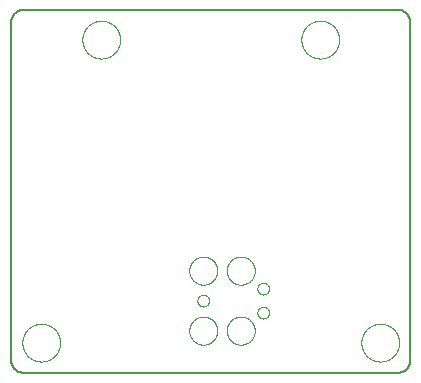
<source format=gbp>
G75*
%MOIN*%
%OFA0B0*%
%FSLAX25Y25*%
%IPPOS*%
%LPD*%
%AMOC8*
5,1,8,0,0,1.08239X$1,22.5*
%
%ADD10C,0.00800*%
%ADD11C,0.00000*%
D10*
X0003750Y0005623D02*
X0003750Y0118377D01*
X0003752Y0118504D01*
X0003758Y0118631D01*
X0003768Y0118757D01*
X0003781Y0118884D01*
X0003799Y0119009D01*
X0003820Y0119135D01*
X0003845Y0119259D01*
X0003875Y0119383D01*
X0003907Y0119505D01*
X0003944Y0119627D01*
X0003984Y0119747D01*
X0004028Y0119866D01*
X0004076Y0119984D01*
X0004127Y0120100D01*
X0004182Y0120215D01*
X0004241Y0120328D01*
X0004302Y0120439D01*
X0004368Y0120547D01*
X0004436Y0120654D01*
X0004508Y0120759D01*
X0004583Y0120862D01*
X0004661Y0120962D01*
X0004742Y0121059D01*
X0004826Y0121155D01*
X0004913Y0121247D01*
X0005003Y0121337D01*
X0005095Y0121424D01*
X0005191Y0121508D01*
X0005288Y0121589D01*
X0005388Y0121667D01*
X0005491Y0121742D01*
X0005596Y0121814D01*
X0005703Y0121882D01*
X0005812Y0121948D01*
X0005922Y0122009D01*
X0006035Y0122068D01*
X0006150Y0122123D01*
X0006266Y0122174D01*
X0006384Y0122222D01*
X0006503Y0122266D01*
X0006623Y0122306D01*
X0006745Y0122343D01*
X0006867Y0122375D01*
X0006991Y0122405D01*
X0007115Y0122430D01*
X0007241Y0122451D01*
X0007366Y0122469D01*
X0007493Y0122482D01*
X0007619Y0122492D01*
X0007746Y0122498D01*
X0007873Y0122500D01*
X0132627Y0122500D01*
X0132754Y0122498D01*
X0132881Y0122492D01*
X0133007Y0122482D01*
X0133134Y0122469D01*
X0133259Y0122451D01*
X0133385Y0122430D01*
X0133509Y0122405D01*
X0133633Y0122375D01*
X0133755Y0122343D01*
X0133877Y0122306D01*
X0133997Y0122266D01*
X0134116Y0122222D01*
X0134234Y0122174D01*
X0134350Y0122123D01*
X0134465Y0122068D01*
X0134578Y0122009D01*
X0134689Y0121948D01*
X0134797Y0121882D01*
X0134904Y0121814D01*
X0135009Y0121742D01*
X0135112Y0121667D01*
X0135212Y0121589D01*
X0135309Y0121508D01*
X0135405Y0121424D01*
X0135497Y0121337D01*
X0135587Y0121247D01*
X0135674Y0121155D01*
X0135758Y0121059D01*
X0135839Y0120962D01*
X0135917Y0120862D01*
X0135992Y0120759D01*
X0136064Y0120654D01*
X0136132Y0120547D01*
X0136198Y0120439D01*
X0136259Y0120328D01*
X0136318Y0120215D01*
X0136373Y0120100D01*
X0136424Y0119984D01*
X0136472Y0119866D01*
X0136516Y0119747D01*
X0136556Y0119627D01*
X0136593Y0119505D01*
X0136625Y0119383D01*
X0136655Y0119259D01*
X0136680Y0119135D01*
X0136701Y0119009D01*
X0136719Y0118884D01*
X0136732Y0118757D01*
X0136742Y0118631D01*
X0136748Y0118504D01*
X0136750Y0118377D01*
X0136750Y0005623D01*
X0136748Y0005496D01*
X0136742Y0005369D01*
X0136732Y0005243D01*
X0136719Y0005116D01*
X0136701Y0004991D01*
X0136680Y0004865D01*
X0136655Y0004741D01*
X0136625Y0004617D01*
X0136593Y0004495D01*
X0136556Y0004373D01*
X0136516Y0004253D01*
X0136472Y0004134D01*
X0136424Y0004016D01*
X0136373Y0003900D01*
X0136318Y0003785D01*
X0136259Y0003672D01*
X0136198Y0003561D01*
X0136132Y0003453D01*
X0136064Y0003346D01*
X0135992Y0003241D01*
X0135917Y0003138D01*
X0135839Y0003038D01*
X0135758Y0002941D01*
X0135674Y0002845D01*
X0135587Y0002753D01*
X0135497Y0002663D01*
X0135405Y0002576D01*
X0135309Y0002492D01*
X0135212Y0002411D01*
X0135112Y0002333D01*
X0135009Y0002258D01*
X0134904Y0002186D01*
X0134797Y0002118D01*
X0134689Y0002052D01*
X0134578Y0001991D01*
X0134465Y0001932D01*
X0134350Y0001877D01*
X0134234Y0001826D01*
X0134116Y0001778D01*
X0133997Y0001734D01*
X0133877Y0001694D01*
X0133755Y0001657D01*
X0133633Y0001625D01*
X0133509Y0001595D01*
X0133385Y0001570D01*
X0133259Y0001549D01*
X0133134Y0001531D01*
X0133007Y0001518D01*
X0132881Y0001508D01*
X0132754Y0001502D01*
X0132627Y0001500D01*
X0007873Y0001500D01*
X0007746Y0001502D01*
X0007619Y0001508D01*
X0007493Y0001518D01*
X0007366Y0001531D01*
X0007241Y0001549D01*
X0007115Y0001570D01*
X0006991Y0001595D01*
X0006867Y0001625D01*
X0006745Y0001657D01*
X0006623Y0001694D01*
X0006503Y0001734D01*
X0006384Y0001778D01*
X0006266Y0001826D01*
X0006150Y0001877D01*
X0006035Y0001932D01*
X0005922Y0001991D01*
X0005811Y0002052D01*
X0005703Y0002118D01*
X0005596Y0002186D01*
X0005491Y0002258D01*
X0005388Y0002333D01*
X0005288Y0002411D01*
X0005191Y0002492D01*
X0005095Y0002576D01*
X0005003Y0002663D01*
X0004913Y0002753D01*
X0004826Y0002845D01*
X0004742Y0002941D01*
X0004661Y0003038D01*
X0004583Y0003138D01*
X0004508Y0003241D01*
X0004436Y0003346D01*
X0004368Y0003453D01*
X0004302Y0003562D01*
X0004241Y0003672D01*
X0004182Y0003785D01*
X0004127Y0003900D01*
X0004076Y0004016D01*
X0004028Y0004134D01*
X0003984Y0004253D01*
X0003944Y0004373D01*
X0003907Y0004495D01*
X0003875Y0004617D01*
X0003845Y0004741D01*
X0003820Y0004865D01*
X0003799Y0004991D01*
X0003781Y0005116D01*
X0003768Y0005243D01*
X0003758Y0005369D01*
X0003752Y0005496D01*
X0003750Y0005623D01*
D11*
X0007451Y0011500D02*
X0007453Y0011658D01*
X0007459Y0011816D01*
X0007469Y0011974D01*
X0007483Y0012132D01*
X0007501Y0012289D01*
X0007522Y0012446D01*
X0007548Y0012602D01*
X0007578Y0012758D01*
X0007611Y0012913D01*
X0007649Y0013066D01*
X0007690Y0013219D01*
X0007735Y0013371D01*
X0007784Y0013522D01*
X0007837Y0013671D01*
X0007893Y0013819D01*
X0007953Y0013965D01*
X0008017Y0014110D01*
X0008085Y0014253D01*
X0008156Y0014395D01*
X0008230Y0014535D01*
X0008308Y0014672D01*
X0008390Y0014808D01*
X0008474Y0014942D01*
X0008563Y0015073D01*
X0008654Y0015202D01*
X0008749Y0015329D01*
X0008846Y0015454D01*
X0008947Y0015576D01*
X0009051Y0015695D01*
X0009158Y0015812D01*
X0009268Y0015926D01*
X0009381Y0016037D01*
X0009496Y0016146D01*
X0009614Y0016251D01*
X0009735Y0016353D01*
X0009858Y0016453D01*
X0009984Y0016549D01*
X0010112Y0016642D01*
X0010242Y0016732D01*
X0010375Y0016818D01*
X0010510Y0016902D01*
X0010646Y0016981D01*
X0010785Y0017058D01*
X0010926Y0017130D01*
X0011068Y0017200D01*
X0011212Y0017265D01*
X0011358Y0017327D01*
X0011505Y0017385D01*
X0011654Y0017440D01*
X0011804Y0017491D01*
X0011955Y0017538D01*
X0012107Y0017581D01*
X0012260Y0017620D01*
X0012415Y0017656D01*
X0012570Y0017687D01*
X0012726Y0017715D01*
X0012882Y0017739D01*
X0013039Y0017759D01*
X0013197Y0017775D01*
X0013354Y0017787D01*
X0013513Y0017795D01*
X0013671Y0017799D01*
X0013829Y0017799D01*
X0013987Y0017795D01*
X0014146Y0017787D01*
X0014303Y0017775D01*
X0014461Y0017759D01*
X0014618Y0017739D01*
X0014774Y0017715D01*
X0014930Y0017687D01*
X0015085Y0017656D01*
X0015240Y0017620D01*
X0015393Y0017581D01*
X0015545Y0017538D01*
X0015696Y0017491D01*
X0015846Y0017440D01*
X0015995Y0017385D01*
X0016142Y0017327D01*
X0016288Y0017265D01*
X0016432Y0017200D01*
X0016574Y0017130D01*
X0016715Y0017058D01*
X0016854Y0016981D01*
X0016990Y0016902D01*
X0017125Y0016818D01*
X0017258Y0016732D01*
X0017388Y0016642D01*
X0017516Y0016549D01*
X0017642Y0016453D01*
X0017765Y0016353D01*
X0017886Y0016251D01*
X0018004Y0016146D01*
X0018119Y0016037D01*
X0018232Y0015926D01*
X0018342Y0015812D01*
X0018449Y0015695D01*
X0018553Y0015576D01*
X0018654Y0015454D01*
X0018751Y0015329D01*
X0018846Y0015202D01*
X0018937Y0015073D01*
X0019026Y0014942D01*
X0019110Y0014808D01*
X0019192Y0014672D01*
X0019270Y0014535D01*
X0019344Y0014395D01*
X0019415Y0014253D01*
X0019483Y0014110D01*
X0019547Y0013965D01*
X0019607Y0013819D01*
X0019663Y0013671D01*
X0019716Y0013522D01*
X0019765Y0013371D01*
X0019810Y0013219D01*
X0019851Y0013066D01*
X0019889Y0012913D01*
X0019922Y0012758D01*
X0019952Y0012602D01*
X0019978Y0012446D01*
X0019999Y0012289D01*
X0020017Y0012132D01*
X0020031Y0011974D01*
X0020041Y0011816D01*
X0020047Y0011658D01*
X0020049Y0011500D01*
X0020047Y0011342D01*
X0020041Y0011184D01*
X0020031Y0011026D01*
X0020017Y0010868D01*
X0019999Y0010711D01*
X0019978Y0010554D01*
X0019952Y0010398D01*
X0019922Y0010242D01*
X0019889Y0010087D01*
X0019851Y0009934D01*
X0019810Y0009781D01*
X0019765Y0009629D01*
X0019716Y0009478D01*
X0019663Y0009329D01*
X0019607Y0009181D01*
X0019547Y0009035D01*
X0019483Y0008890D01*
X0019415Y0008747D01*
X0019344Y0008605D01*
X0019270Y0008465D01*
X0019192Y0008328D01*
X0019110Y0008192D01*
X0019026Y0008058D01*
X0018937Y0007927D01*
X0018846Y0007798D01*
X0018751Y0007671D01*
X0018654Y0007546D01*
X0018553Y0007424D01*
X0018449Y0007305D01*
X0018342Y0007188D01*
X0018232Y0007074D01*
X0018119Y0006963D01*
X0018004Y0006854D01*
X0017886Y0006749D01*
X0017765Y0006647D01*
X0017642Y0006547D01*
X0017516Y0006451D01*
X0017388Y0006358D01*
X0017258Y0006268D01*
X0017125Y0006182D01*
X0016990Y0006098D01*
X0016854Y0006019D01*
X0016715Y0005942D01*
X0016574Y0005870D01*
X0016432Y0005800D01*
X0016288Y0005735D01*
X0016142Y0005673D01*
X0015995Y0005615D01*
X0015846Y0005560D01*
X0015696Y0005509D01*
X0015545Y0005462D01*
X0015393Y0005419D01*
X0015240Y0005380D01*
X0015085Y0005344D01*
X0014930Y0005313D01*
X0014774Y0005285D01*
X0014618Y0005261D01*
X0014461Y0005241D01*
X0014303Y0005225D01*
X0014146Y0005213D01*
X0013987Y0005205D01*
X0013829Y0005201D01*
X0013671Y0005201D01*
X0013513Y0005205D01*
X0013354Y0005213D01*
X0013197Y0005225D01*
X0013039Y0005241D01*
X0012882Y0005261D01*
X0012726Y0005285D01*
X0012570Y0005313D01*
X0012415Y0005344D01*
X0012260Y0005380D01*
X0012107Y0005419D01*
X0011955Y0005462D01*
X0011804Y0005509D01*
X0011654Y0005560D01*
X0011505Y0005615D01*
X0011358Y0005673D01*
X0011212Y0005735D01*
X0011068Y0005800D01*
X0010926Y0005870D01*
X0010785Y0005942D01*
X0010646Y0006019D01*
X0010510Y0006098D01*
X0010375Y0006182D01*
X0010242Y0006268D01*
X0010112Y0006358D01*
X0009984Y0006451D01*
X0009858Y0006547D01*
X0009735Y0006647D01*
X0009614Y0006749D01*
X0009496Y0006854D01*
X0009381Y0006963D01*
X0009268Y0007074D01*
X0009158Y0007188D01*
X0009051Y0007305D01*
X0008947Y0007424D01*
X0008846Y0007546D01*
X0008749Y0007671D01*
X0008654Y0007798D01*
X0008563Y0007927D01*
X0008474Y0008058D01*
X0008390Y0008192D01*
X0008308Y0008328D01*
X0008230Y0008465D01*
X0008156Y0008605D01*
X0008085Y0008747D01*
X0008017Y0008890D01*
X0007953Y0009035D01*
X0007893Y0009181D01*
X0007837Y0009329D01*
X0007784Y0009478D01*
X0007735Y0009629D01*
X0007690Y0009781D01*
X0007649Y0009934D01*
X0007611Y0010087D01*
X0007578Y0010242D01*
X0007548Y0010398D01*
X0007522Y0010554D01*
X0007501Y0010711D01*
X0007483Y0010868D01*
X0007469Y0011026D01*
X0007459Y0011184D01*
X0007453Y0011342D01*
X0007451Y0011500D01*
X0063075Y0015500D02*
X0063077Y0015637D01*
X0063083Y0015773D01*
X0063093Y0015909D01*
X0063107Y0016045D01*
X0063125Y0016181D01*
X0063147Y0016316D01*
X0063172Y0016450D01*
X0063202Y0016583D01*
X0063236Y0016715D01*
X0063273Y0016847D01*
X0063314Y0016977D01*
X0063360Y0017106D01*
X0063408Y0017234D01*
X0063461Y0017360D01*
X0063517Y0017484D01*
X0063577Y0017607D01*
X0063640Y0017728D01*
X0063707Y0017847D01*
X0063777Y0017964D01*
X0063851Y0018080D01*
X0063928Y0018192D01*
X0064008Y0018303D01*
X0064092Y0018411D01*
X0064179Y0018517D01*
X0064268Y0018620D01*
X0064361Y0018720D01*
X0064456Y0018818D01*
X0064555Y0018913D01*
X0064656Y0019005D01*
X0064760Y0019093D01*
X0064866Y0019179D01*
X0064975Y0019262D01*
X0065086Y0019341D01*
X0065199Y0019418D01*
X0065315Y0019491D01*
X0065432Y0019560D01*
X0065552Y0019626D01*
X0065673Y0019688D01*
X0065797Y0019747D01*
X0065922Y0019803D01*
X0066048Y0019854D01*
X0066176Y0019902D01*
X0066305Y0019946D01*
X0066436Y0019987D01*
X0066568Y0020023D01*
X0066700Y0020056D01*
X0066834Y0020084D01*
X0066968Y0020109D01*
X0067103Y0020130D01*
X0067239Y0020147D01*
X0067375Y0020160D01*
X0067511Y0020169D01*
X0067648Y0020174D01*
X0067784Y0020175D01*
X0067921Y0020172D01*
X0068057Y0020165D01*
X0068193Y0020154D01*
X0068329Y0020139D01*
X0068464Y0020120D01*
X0068599Y0020097D01*
X0068733Y0020070D01*
X0068866Y0020040D01*
X0068998Y0020005D01*
X0069130Y0019967D01*
X0069259Y0019925D01*
X0069388Y0019879D01*
X0069515Y0019829D01*
X0069641Y0019775D01*
X0069765Y0019718D01*
X0069888Y0019658D01*
X0070008Y0019593D01*
X0070127Y0019526D01*
X0070243Y0019455D01*
X0070358Y0019380D01*
X0070470Y0019302D01*
X0070580Y0019221D01*
X0070688Y0019137D01*
X0070793Y0019049D01*
X0070895Y0018959D01*
X0070995Y0018866D01*
X0071092Y0018769D01*
X0071186Y0018670D01*
X0071277Y0018569D01*
X0071365Y0018464D01*
X0071450Y0018357D01*
X0071532Y0018248D01*
X0071611Y0018136D01*
X0071686Y0018022D01*
X0071758Y0017906D01*
X0071827Y0017788D01*
X0071892Y0017668D01*
X0071954Y0017546D01*
X0072012Y0017422D01*
X0072066Y0017297D01*
X0072117Y0017170D01*
X0072163Y0017042D01*
X0072207Y0016912D01*
X0072246Y0016781D01*
X0072282Y0016649D01*
X0072313Y0016516D01*
X0072341Y0016383D01*
X0072365Y0016248D01*
X0072385Y0016113D01*
X0072401Y0015977D01*
X0072413Y0015841D01*
X0072421Y0015705D01*
X0072425Y0015568D01*
X0072425Y0015432D01*
X0072421Y0015295D01*
X0072413Y0015159D01*
X0072401Y0015023D01*
X0072385Y0014887D01*
X0072365Y0014752D01*
X0072341Y0014617D01*
X0072313Y0014484D01*
X0072282Y0014351D01*
X0072246Y0014219D01*
X0072207Y0014088D01*
X0072163Y0013958D01*
X0072117Y0013830D01*
X0072066Y0013703D01*
X0072012Y0013578D01*
X0071954Y0013454D01*
X0071892Y0013332D01*
X0071827Y0013212D01*
X0071758Y0013094D01*
X0071686Y0012978D01*
X0071611Y0012864D01*
X0071532Y0012752D01*
X0071450Y0012643D01*
X0071365Y0012536D01*
X0071277Y0012431D01*
X0071186Y0012330D01*
X0071092Y0012231D01*
X0070995Y0012134D01*
X0070895Y0012041D01*
X0070793Y0011951D01*
X0070688Y0011863D01*
X0070580Y0011779D01*
X0070470Y0011698D01*
X0070358Y0011620D01*
X0070243Y0011545D01*
X0070127Y0011474D01*
X0070008Y0011407D01*
X0069888Y0011342D01*
X0069765Y0011282D01*
X0069641Y0011225D01*
X0069515Y0011171D01*
X0069388Y0011121D01*
X0069259Y0011075D01*
X0069130Y0011033D01*
X0068998Y0010995D01*
X0068866Y0010960D01*
X0068733Y0010930D01*
X0068599Y0010903D01*
X0068464Y0010880D01*
X0068329Y0010861D01*
X0068193Y0010846D01*
X0068057Y0010835D01*
X0067921Y0010828D01*
X0067784Y0010825D01*
X0067648Y0010826D01*
X0067511Y0010831D01*
X0067375Y0010840D01*
X0067239Y0010853D01*
X0067103Y0010870D01*
X0066968Y0010891D01*
X0066834Y0010916D01*
X0066700Y0010944D01*
X0066568Y0010977D01*
X0066436Y0011013D01*
X0066305Y0011054D01*
X0066176Y0011098D01*
X0066048Y0011146D01*
X0065922Y0011197D01*
X0065797Y0011253D01*
X0065673Y0011312D01*
X0065552Y0011374D01*
X0065432Y0011440D01*
X0065315Y0011509D01*
X0065199Y0011582D01*
X0065086Y0011659D01*
X0064975Y0011738D01*
X0064866Y0011821D01*
X0064760Y0011907D01*
X0064656Y0011995D01*
X0064555Y0012087D01*
X0064456Y0012182D01*
X0064361Y0012280D01*
X0064268Y0012380D01*
X0064179Y0012483D01*
X0064092Y0012589D01*
X0064008Y0012697D01*
X0063928Y0012808D01*
X0063851Y0012920D01*
X0063777Y0013036D01*
X0063707Y0013153D01*
X0063640Y0013272D01*
X0063577Y0013393D01*
X0063517Y0013516D01*
X0063461Y0013640D01*
X0063408Y0013766D01*
X0063360Y0013894D01*
X0063314Y0014023D01*
X0063273Y0014153D01*
X0063236Y0014285D01*
X0063202Y0014417D01*
X0063172Y0014550D01*
X0063147Y0014684D01*
X0063125Y0014819D01*
X0063107Y0014955D01*
X0063093Y0015091D01*
X0063083Y0015227D01*
X0063077Y0015363D01*
X0063075Y0015500D01*
X0065800Y0025500D02*
X0065802Y0025588D01*
X0065808Y0025676D01*
X0065818Y0025764D01*
X0065832Y0025851D01*
X0065850Y0025937D01*
X0065871Y0026022D01*
X0065897Y0026107D01*
X0065926Y0026190D01*
X0065959Y0026272D01*
X0065996Y0026352D01*
X0066036Y0026430D01*
X0066080Y0026507D01*
X0066127Y0026581D01*
X0066178Y0026653D01*
X0066231Y0026723D01*
X0066288Y0026791D01*
X0066348Y0026855D01*
X0066411Y0026917D01*
X0066476Y0026976D01*
X0066544Y0027032D01*
X0066615Y0027085D01*
X0066687Y0027135D01*
X0066762Y0027181D01*
X0066839Y0027224D01*
X0066918Y0027264D01*
X0066999Y0027299D01*
X0067081Y0027332D01*
X0067164Y0027360D01*
X0067249Y0027385D01*
X0067335Y0027405D01*
X0067421Y0027422D01*
X0067508Y0027435D01*
X0067596Y0027444D01*
X0067684Y0027449D01*
X0067772Y0027450D01*
X0067860Y0027447D01*
X0067948Y0027440D01*
X0068035Y0027429D01*
X0068122Y0027414D01*
X0068208Y0027395D01*
X0068294Y0027373D01*
X0068378Y0027346D01*
X0068460Y0027316D01*
X0068542Y0027282D01*
X0068622Y0027244D01*
X0068699Y0027203D01*
X0068775Y0027159D01*
X0068849Y0027111D01*
X0068921Y0027059D01*
X0068990Y0027005D01*
X0069057Y0026947D01*
X0069121Y0026887D01*
X0069182Y0026823D01*
X0069241Y0026757D01*
X0069296Y0026689D01*
X0069348Y0026617D01*
X0069397Y0026544D01*
X0069442Y0026469D01*
X0069484Y0026391D01*
X0069523Y0026312D01*
X0069558Y0026231D01*
X0069589Y0026148D01*
X0069616Y0026065D01*
X0069640Y0025980D01*
X0069660Y0025894D01*
X0069676Y0025807D01*
X0069688Y0025720D01*
X0069696Y0025632D01*
X0069700Y0025544D01*
X0069700Y0025456D01*
X0069696Y0025368D01*
X0069688Y0025280D01*
X0069676Y0025193D01*
X0069660Y0025106D01*
X0069640Y0025020D01*
X0069616Y0024935D01*
X0069589Y0024852D01*
X0069558Y0024769D01*
X0069523Y0024688D01*
X0069484Y0024609D01*
X0069442Y0024531D01*
X0069397Y0024456D01*
X0069348Y0024383D01*
X0069296Y0024311D01*
X0069241Y0024243D01*
X0069182Y0024177D01*
X0069121Y0024113D01*
X0069057Y0024053D01*
X0068990Y0023995D01*
X0068921Y0023941D01*
X0068849Y0023889D01*
X0068775Y0023841D01*
X0068699Y0023797D01*
X0068622Y0023756D01*
X0068542Y0023718D01*
X0068460Y0023684D01*
X0068378Y0023654D01*
X0068294Y0023627D01*
X0068208Y0023605D01*
X0068122Y0023586D01*
X0068035Y0023571D01*
X0067948Y0023560D01*
X0067860Y0023553D01*
X0067772Y0023550D01*
X0067684Y0023551D01*
X0067596Y0023556D01*
X0067508Y0023565D01*
X0067421Y0023578D01*
X0067335Y0023595D01*
X0067249Y0023615D01*
X0067164Y0023640D01*
X0067081Y0023668D01*
X0066999Y0023701D01*
X0066918Y0023736D01*
X0066839Y0023776D01*
X0066762Y0023819D01*
X0066687Y0023865D01*
X0066615Y0023915D01*
X0066544Y0023968D01*
X0066476Y0024024D01*
X0066411Y0024083D01*
X0066348Y0024145D01*
X0066288Y0024209D01*
X0066231Y0024277D01*
X0066178Y0024347D01*
X0066127Y0024419D01*
X0066080Y0024493D01*
X0066036Y0024570D01*
X0065996Y0024648D01*
X0065959Y0024728D01*
X0065926Y0024810D01*
X0065897Y0024893D01*
X0065871Y0024978D01*
X0065850Y0025063D01*
X0065832Y0025149D01*
X0065818Y0025236D01*
X0065808Y0025324D01*
X0065802Y0025412D01*
X0065800Y0025500D01*
X0063075Y0035500D02*
X0063077Y0035637D01*
X0063083Y0035773D01*
X0063093Y0035909D01*
X0063107Y0036045D01*
X0063125Y0036181D01*
X0063147Y0036316D01*
X0063172Y0036450D01*
X0063202Y0036583D01*
X0063236Y0036715D01*
X0063273Y0036847D01*
X0063314Y0036977D01*
X0063360Y0037106D01*
X0063408Y0037234D01*
X0063461Y0037360D01*
X0063517Y0037484D01*
X0063577Y0037607D01*
X0063640Y0037728D01*
X0063707Y0037847D01*
X0063777Y0037964D01*
X0063851Y0038080D01*
X0063928Y0038192D01*
X0064008Y0038303D01*
X0064092Y0038411D01*
X0064179Y0038517D01*
X0064268Y0038620D01*
X0064361Y0038720D01*
X0064456Y0038818D01*
X0064555Y0038913D01*
X0064656Y0039005D01*
X0064760Y0039093D01*
X0064866Y0039179D01*
X0064975Y0039262D01*
X0065086Y0039341D01*
X0065199Y0039418D01*
X0065315Y0039491D01*
X0065432Y0039560D01*
X0065552Y0039626D01*
X0065673Y0039688D01*
X0065797Y0039747D01*
X0065922Y0039803D01*
X0066048Y0039854D01*
X0066176Y0039902D01*
X0066305Y0039946D01*
X0066436Y0039987D01*
X0066568Y0040023D01*
X0066700Y0040056D01*
X0066834Y0040084D01*
X0066968Y0040109D01*
X0067103Y0040130D01*
X0067239Y0040147D01*
X0067375Y0040160D01*
X0067511Y0040169D01*
X0067648Y0040174D01*
X0067784Y0040175D01*
X0067921Y0040172D01*
X0068057Y0040165D01*
X0068193Y0040154D01*
X0068329Y0040139D01*
X0068464Y0040120D01*
X0068599Y0040097D01*
X0068733Y0040070D01*
X0068866Y0040040D01*
X0068998Y0040005D01*
X0069130Y0039967D01*
X0069259Y0039925D01*
X0069388Y0039879D01*
X0069515Y0039829D01*
X0069641Y0039775D01*
X0069765Y0039718D01*
X0069888Y0039658D01*
X0070008Y0039593D01*
X0070127Y0039526D01*
X0070243Y0039455D01*
X0070358Y0039380D01*
X0070470Y0039302D01*
X0070580Y0039221D01*
X0070688Y0039137D01*
X0070793Y0039049D01*
X0070895Y0038959D01*
X0070995Y0038866D01*
X0071092Y0038769D01*
X0071186Y0038670D01*
X0071277Y0038569D01*
X0071365Y0038464D01*
X0071450Y0038357D01*
X0071532Y0038248D01*
X0071611Y0038136D01*
X0071686Y0038022D01*
X0071758Y0037906D01*
X0071827Y0037788D01*
X0071892Y0037668D01*
X0071954Y0037546D01*
X0072012Y0037422D01*
X0072066Y0037297D01*
X0072117Y0037170D01*
X0072163Y0037042D01*
X0072207Y0036912D01*
X0072246Y0036781D01*
X0072282Y0036649D01*
X0072313Y0036516D01*
X0072341Y0036383D01*
X0072365Y0036248D01*
X0072385Y0036113D01*
X0072401Y0035977D01*
X0072413Y0035841D01*
X0072421Y0035705D01*
X0072425Y0035568D01*
X0072425Y0035432D01*
X0072421Y0035295D01*
X0072413Y0035159D01*
X0072401Y0035023D01*
X0072385Y0034887D01*
X0072365Y0034752D01*
X0072341Y0034617D01*
X0072313Y0034484D01*
X0072282Y0034351D01*
X0072246Y0034219D01*
X0072207Y0034088D01*
X0072163Y0033958D01*
X0072117Y0033830D01*
X0072066Y0033703D01*
X0072012Y0033578D01*
X0071954Y0033454D01*
X0071892Y0033332D01*
X0071827Y0033212D01*
X0071758Y0033094D01*
X0071686Y0032978D01*
X0071611Y0032864D01*
X0071532Y0032752D01*
X0071450Y0032643D01*
X0071365Y0032536D01*
X0071277Y0032431D01*
X0071186Y0032330D01*
X0071092Y0032231D01*
X0070995Y0032134D01*
X0070895Y0032041D01*
X0070793Y0031951D01*
X0070688Y0031863D01*
X0070580Y0031779D01*
X0070470Y0031698D01*
X0070358Y0031620D01*
X0070243Y0031545D01*
X0070127Y0031474D01*
X0070008Y0031407D01*
X0069888Y0031342D01*
X0069765Y0031282D01*
X0069641Y0031225D01*
X0069515Y0031171D01*
X0069388Y0031121D01*
X0069259Y0031075D01*
X0069130Y0031033D01*
X0068998Y0030995D01*
X0068866Y0030960D01*
X0068733Y0030930D01*
X0068599Y0030903D01*
X0068464Y0030880D01*
X0068329Y0030861D01*
X0068193Y0030846D01*
X0068057Y0030835D01*
X0067921Y0030828D01*
X0067784Y0030825D01*
X0067648Y0030826D01*
X0067511Y0030831D01*
X0067375Y0030840D01*
X0067239Y0030853D01*
X0067103Y0030870D01*
X0066968Y0030891D01*
X0066834Y0030916D01*
X0066700Y0030944D01*
X0066568Y0030977D01*
X0066436Y0031013D01*
X0066305Y0031054D01*
X0066176Y0031098D01*
X0066048Y0031146D01*
X0065922Y0031197D01*
X0065797Y0031253D01*
X0065673Y0031312D01*
X0065552Y0031374D01*
X0065432Y0031440D01*
X0065315Y0031509D01*
X0065199Y0031582D01*
X0065086Y0031659D01*
X0064975Y0031738D01*
X0064866Y0031821D01*
X0064760Y0031907D01*
X0064656Y0031995D01*
X0064555Y0032087D01*
X0064456Y0032182D01*
X0064361Y0032280D01*
X0064268Y0032380D01*
X0064179Y0032483D01*
X0064092Y0032589D01*
X0064008Y0032697D01*
X0063928Y0032808D01*
X0063851Y0032920D01*
X0063777Y0033036D01*
X0063707Y0033153D01*
X0063640Y0033272D01*
X0063577Y0033393D01*
X0063517Y0033516D01*
X0063461Y0033640D01*
X0063408Y0033766D01*
X0063360Y0033894D01*
X0063314Y0034023D01*
X0063273Y0034153D01*
X0063236Y0034285D01*
X0063202Y0034417D01*
X0063172Y0034550D01*
X0063147Y0034684D01*
X0063125Y0034819D01*
X0063107Y0034955D01*
X0063093Y0035091D01*
X0063083Y0035227D01*
X0063077Y0035363D01*
X0063075Y0035500D01*
X0075575Y0035500D02*
X0075577Y0035637D01*
X0075583Y0035773D01*
X0075593Y0035909D01*
X0075607Y0036045D01*
X0075625Y0036181D01*
X0075647Y0036316D01*
X0075672Y0036450D01*
X0075702Y0036583D01*
X0075736Y0036715D01*
X0075773Y0036847D01*
X0075814Y0036977D01*
X0075860Y0037106D01*
X0075908Y0037234D01*
X0075961Y0037360D01*
X0076017Y0037484D01*
X0076077Y0037607D01*
X0076140Y0037728D01*
X0076207Y0037847D01*
X0076277Y0037964D01*
X0076351Y0038080D01*
X0076428Y0038192D01*
X0076508Y0038303D01*
X0076592Y0038411D01*
X0076679Y0038517D01*
X0076768Y0038620D01*
X0076861Y0038720D01*
X0076956Y0038818D01*
X0077055Y0038913D01*
X0077156Y0039005D01*
X0077260Y0039093D01*
X0077366Y0039179D01*
X0077475Y0039262D01*
X0077586Y0039341D01*
X0077699Y0039418D01*
X0077815Y0039491D01*
X0077932Y0039560D01*
X0078052Y0039626D01*
X0078173Y0039688D01*
X0078297Y0039747D01*
X0078422Y0039803D01*
X0078548Y0039854D01*
X0078676Y0039902D01*
X0078805Y0039946D01*
X0078936Y0039987D01*
X0079068Y0040023D01*
X0079200Y0040056D01*
X0079334Y0040084D01*
X0079468Y0040109D01*
X0079603Y0040130D01*
X0079739Y0040147D01*
X0079875Y0040160D01*
X0080011Y0040169D01*
X0080148Y0040174D01*
X0080284Y0040175D01*
X0080421Y0040172D01*
X0080557Y0040165D01*
X0080693Y0040154D01*
X0080829Y0040139D01*
X0080964Y0040120D01*
X0081099Y0040097D01*
X0081233Y0040070D01*
X0081366Y0040040D01*
X0081498Y0040005D01*
X0081630Y0039967D01*
X0081759Y0039925D01*
X0081888Y0039879D01*
X0082015Y0039829D01*
X0082141Y0039775D01*
X0082265Y0039718D01*
X0082388Y0039658D01*
X0082508Y0039593D01*
X0082627Y0039526D01*
X0082743Y0039455D01*
X0082858Y0039380D01*
X0082970Y0039302D01*
X0083080Y0039221D01*
X0083188Y0039137D01*
X0083293Y0039049D01*
X0083395Y0038959D01*
X0083495Y0038866D01*
X0083592Y0038769D01*
X0083686Y0038670D01*
X0083777Y0038569D01*
X0083865Y0038464D01*
X0083950Y0038357D01*
X0084032Y0038248D01*
X0084111Y0038136D01*
X0084186Y0038022D01*
X0084258Y0037906D01*
X0084327Y0037788D01*
X0084392Y0037668D01*
X0084454Y0037546D01*
X0084512Y0037422D01*
X0084566Y0037297D01*
X0084617Y0037170D01*
X0084663Y0037042D01*
X0084707Y0036912D01*
X0084746Y0036781D01*
X0084782Y0036649D01*
X0084813Y0036516D01*
X0084841Y0036383D01*
X0084865Y0036248D01*
X0084885Y0036113D01*
X0084901Y0035977D01*
X0084913Y0035841D01*
X0084921Y0035705D01*
X0084925Y0035568D01*
X0084925Y0035432D01*
X0084921Y0035295D01*
X0084913Y0035159D01*
X0084901Y0035023D01*
X0084885Y0034887D01*
X0084865Y0034752D01*
X0084841Y0034617D01*
X0084813Y0034484D01*
X0084782Y0034351D01*
X0084746Y0034219D01*
X0084707Y0034088D01*
X0084663Y0033958D01*
X0084617Y0033830D01*
X0084566Y0033703D01*
X0084512Y0033578D01*
X0084454Y0033454D01*
X0084392Y0033332D01*
X0084327Y0033212D01*
X0084258Y0033094D01*
X0084186Y0032978D01*
X0084111Y0032864D01*
X0084032Y0032752D01*
X0083950Y0032643D01*
X0083865Y0032536D01*
X0083777Y0032431D01*
X0083686Y0032330D01*
X0083592Y0032231D01*
X0083495Y0032134D01*
X0083395Y0032041D01*
X0083293Y0031951D01*
X0083188Y0031863D01*
X0083080Y0031779D01*
X0082970Y0031698D01*
X0082858Y0031620D01*
X0082743Y0031545D01*
X0082627Y0031474D01*
X0082508Y0031407D01*
X0082388Y0031342D01*
X0082265Y0031282D01*
X0082141Y0031225D01*
X0082015Y0031171D01*
X0081888Y0031121D01*
X0081759Y0031075D01*
X0081630Y0031033D01*
X0081498Y0030995D01*
X0081366Y0030960D01*
X0081233Y0030930D01*
X0081099Y0030903D01*
X0080964Y0030880D01*
X0080829Y0030861D01*
X0080693Y0030846D01*
X0080557Y0030835D01*
X0080421Y0030828D01*
X0080284Y0030825D01*
X0080148Y0030826D01*
X0080011Y0030831D01*
X0079875Y0030840D01*
X0079739Y0030853D01*
X0079603Y0030870D01*
X0079468Y0030891D01*
X0079334Y0030916D01*
X0079200Y0030944D01*
X0079068Y0030977D01*
X0078936Y0031013D01*
X0078805Y0031054D01*
X0078676Y0031098D01*
X0078548Y0031146D01*
X0078422Y0031197D01*
X0078297Y0031253D01*
X0078173Y0031312D01*
X0078052Y0031374D01*
X0077932Y0031440D01*
X0077815Y0031509D01*
X0077699Y0031582D01*
X0077586Y0031659D01*
X0077475Y0031738D01*
X0077366Y0031821D01*
X0077260Y0031907D01*
X0077156Y0031995D01*
X0077055Y0032087D01*
X0076956Y0032182D01*
X0076861Y0032280D01*
X0076768Y0032380D01*
X0076679Y0032483D01*
X0076592Y0032589D01*
X0076508Y0032697D01*
X0076428Y0032808D01*
X0076351Y0032920D01*
X0076277Y0033036D01*
X0076207Y0033153D01*
X0076140Y0033272D01*
X0076077Y0033393D01*
X0076017Y0033516D01*
X0075961Y0033640D01*
X0075908Y0033766D01*
X0075860Y0033894D01*
X0075814Y0034023D01*
X0075773Y0034153D01*
X0075736Y0034285D01*
X0075702Y0034417D01*
X0075672Y0034550D01*
X0075647Y0034684D01*
X0075625Y0034819D01*
X0075607Y0034955D01*
X0075593Y0035091D01*
X0075583Y0035227D01*
X0075577Y0035363D01*
X0075575Y0035500D01*
X0085800Y0029500D02*
X0085802Y0029588D01*
X0085808Y0029676D01*
X0085818Y0029764D01*
X0085832Y0029851D01*
X0085850Y0029937D01*
X0085871Y0030022D01*
X0085897Y0030107D01*
X0085926Y0030190D01*
X0085959Y0030272D01*
X0085996Y0030352D01*
X0086036Y0030430D01*
X0086080Y0030507D01*
X0086127Y0030581D01*
X0086178Y0030653D01*
X0086231Y0030723D01*
X0086288Y0030791D01*
X0086348Y0030855D01*
X0086411Y0030917D01*
X0086476Y0030976D01*
X0086544Y0031032D01*
X0086615Y0031085D01*
X0086687Y0031135D01*
X0086762Y0031181D01*
X0086839Y0031224D01*
X0086918Y0031264D01*
X0086999Y0031299D01*
X0087081Y0031332D01*
X0087164Y0031360D01*
X0087249Y0031385D01*
X0087335Y0031405D01*
X0087421Y0031422D01*
X0087508Y0031435D01*
X0087596Y0031444D01*
X0087684Y0031449D01*
X0087772Y0031450D01*
X0087860Y0031447D01*
X0087948Y0031440D01*
X0088035Y0031429D01*
X0088122Y0031414D01*
X0088208Y0031395D01*
X0088294Y0031373D01*
X0088378Y0031346D01*
X0088460Y0031316D01*
X0088542Y0031282D01*
X0088622Y0031244D01*
X0088699Y0031203D01*
X0088775Y0031159D01*
X0088849Y0031111D01*
X0088921Y0031059D01*
X0088990Y0031005D01*
X0089057Y0030947D01*
X0089121Y0030887D01*
X0089182Y0030823D01*
X0089241Y0030757D01*
X0089296Y0030689D01*
X0089348Y0030617D01*
X0089397Y0030544D01*
X0089442Y0030469D01*
X0089484Y0030391D01*
X0089523Y0030312D01*
X0089558Y0030231D01*
X0089589Y0030148D01*
X0089616Y0030065D01*
X0089640Y0029980D01*
X0089660Y0029894D01*
X0089676Y0029807D01*
X0089688Y0029720D01*
X0089696Y0029632D01*
X0089700Y0029544D01*
X0089700Y0029456D01*
X0089696Y0029368D01*
X0089688Y0029280D01*
X0089676Y0029193D01*
X0089660Y0029106D01*
X0089640Y0029020D01*
X0089616Y0028935D01*
X0089589Y0028852D01*
X0089558Y0028769D01*
X0089523Y0028688D01*
X0089484Y0028609D01*
X0089442Y0028531D01*
X0089397Y0028456D01*
X0089348Y0028383D01*
X0089296Y0028311D01*
X0089241Y0028243D01*
X0089182Y0028177D01*
X0089121Y0028113D01*
X0089057Y0028053D01*
X0088990Y0027995D01*
X0088921Y0027941D01*
X0088849Y0027889D01*
X0088775Y0027841D01*
X0088699Y0027797D01*
X0088622Y0027756D01*
X0088542Y0027718D01*
X0088460Y0027684D01*
X0088378Y0027654D01*
X0088294Y0027627D01*
X0088208Y0027605D01*
X0088122Y0027586D01*
X0088035Y0027571D01*
X0087948Y0027560D01*
X0087860Y0027553D01*
X0087772Y0027550D01*
X0087684Y0027551D01*
X0087596Y0027556D01*
X0087508Y0027565D01*
X0087421Y0027578D01*
X0087335Y0027595D01*
X0087249Y0027615D01*
X0087164Y0027640D01*
X0087081Y0027668D01*
X0086999Y0027701D01*
X0086918Y0027736D01*
X0086839Y0027776D01*
X0086762Y0027819D01*
X0086687Y0027865D01*
X0086615Y0027915D01*
X0086544Y0027968D01*
X0086476Y0028024D01*
X0086411Y0028083D01*
X0086348Y0028145D01*
X0086288Y0028209D01*
X0086231Y0028277D01*
X0086178Y0028347D01*
X0086127Y0028419D01*
X0086080Y0028493D01*
X0086036Y0028570D01*
X0085996Y0028648D01*
X0085959Y0028728D01*
X0085926Y0028810D01*
X0085897Y0028893D01*
X0085871Y0028978D01*
X0085850Y0029063D01*
X0085832Y0029149D01*
X0085818Y0029236D01*
X0085808Y0029324D01*
X0085802Y0029412D01*
X0085800Y0029500D01*
X0085800Y0021500D02*
X0085802Y0021588D01*
X0085808Y0021676D01*
X0085818Y0021764D01*
X0085832Y0021851D01*
X0085850Y0021937D01*
X0085871Y0022022D01*
X0085897Y0022107D01*
X0085926Y0022190D01*
X0085959Y0022272D01*
X0085996Y0022352D01*
X0086036Y0022430D01*
X0086080Y0022507D01*
X0086127Y0022581D01*
X0086178Y0022653D01*
X0086231Y0022723D01*
X0086288Y0022791D01*
X0086348Y0022855D01*
X0086411Y0022917D01*
X0086476Y0022976D01*
X0086544Y0023032D01*
X0086615Y0023085D01*
X0086687Y0023135D01*
X0086762Y0023181D01*
X0086839Y0023224D01*
X0086918Y0023264D01*
X0086999Y0023299D01*
X0087081Y0023332D01*
X0087164Y0023360D01*
X0087249Y0023385D01*
X0087335Y0023405D01*
X0087421Y0023422D01*
X0087508Y0023435D01*
X0087596Y0023444D01*
X0087684Y0023449D01*
X0087772Y0023450D01*
X0087860Y0023447D01*
X0087948Y0023440D01*
X0088035Y0023429D01*
X0088122Y0023414D01*
X0088208Y0023395D01*
X0088294Y0023373D01*
X0088378Y0023346D01*
X0088460Y0023316D01*
X0088542Y0023282D01*
X0088622Y0023244D01*
X0088699Y0023203D01*
X0088775Y0023159D01*
X0088849Y0023111D01*
X0088921Y0023059D01*
X0088990Y0023005D01*
X0089057Y0022947D01*
X0089121Y0022887D01*
X0089182Y0022823D01*
X0089241Y0022757D01*
X0089296Y0022689D01*
X0089348Y0022617D01*
X0089397Y0022544D01*
X0089442Y0022469D01*
X0089484Y0022391D01*
X0089523Y0022312D01*
X0089558Y0022231D01*
X0089589Y0022148D01*
X0089616Y0022065D01*
X0089640Y0021980D01*
X0089660Y0021894D01*
X0089676Y0021807D01*
X0089688Y0021720D01*
X0089696Y0021632D01*
X0089700Y0021544D01*
X0089700Y0021456D01*
X0089696Y0021368D01*
X0089688Y0021280D01*
X0089676Y0021193D01*
X0089660Y0021106D01*
X0089640Y0021020D01*
X0089616Y0020935D01*
X0089589Y0020852D01*
X0089558Y0020769D01*
X0089523Y0020688D01*
X0089484Y0020609D01*
X0089442Y0020531D01*
X0089397Y0020456D01*
X0089348Y0020383D01*
X0089296Y0020311D01*
X0089241Y0020243D01*
X0089182Y0020177D01*
X0089121Y0020113D01*
X0089057Y0020053D01*
X0088990Y0019995D01*
X0088921Y0019941D01*
X0088849Y0019889D01*
X0088775Y0019841D01*
X0088699Y0019797D01*
X0088622Y0019756D01*
X0088542Y0019718D01*
X0088460Y0019684D01*
X0088378Y0019654D01*
X0088294Y0019627D01*
X0088208Y0019605D01*
X0088122Y0019586D01*
X0088035Y0019571D01*
X0087948Y0019560D01*
X0087860Y0019553D01*
X0087772Y0019550D01*
X0087684Y0019551D01*
X0087596Y0019556D01*
X0087508Y0019565D01*
X0087421Y0019578D01*
X0087335Y0019595D01*
X0087249Y0019615D01*
X0087164Y0019640D01*
X0087081Y0019668D01*
X0086999Y0019701D01*
X0086918Y0019736D01*
X0086839Y0019776D01*
X0086762Y0019819D01*
X0086687Y0019865D01*
X0086615Y0019915D01*
X0086544Y0019968D01*
X0086476Y0020024D01*
X0086411Y0020083D01*
X0086348Y0020145D01*
X0086288Y0020209D01*
X0086231Y0020277D01*
X0086178Y0020347D01*
X0086127Y0020419D01*
X0086080Y0020493D01*
X0086036Y0020570D01*
X0085996Y0020648D01*
X0085959Y0020728D01*
X0085926Y0020810D01*
X0085897Y0020893D01*
X0085871Y0020978D01*
X0085850Y0021063D01*
X0085832Y0021149D01*
X0085818Y0021236D01*
X0085808Y0021324D01*
X0085802Y0021412D01*
X0085800Y0021500D01*
X0075575Y0015500D02*
X0075577Y0015637D01*
X0075583Y0015773D01*
X0075593Y0015909D01*
X0075607Y0016045D01*
X0075625Y0016181D01*
X0075647Y0016316D01*
X0075672Y0016450D01*
X0075702Y0016583D01*
X0075736Y0016715D01*
X0075773Y0016847D01*
X0075814Y0016977D01*
X0075860Y0017106D01*
X0075908Y0017234D01*
X0075961Y0017360D01*
X0076017Y0017484D01*
X0076077Y0017607D01*
X0076140Y0017728D01*
X0076207Y0017847D01*
X0076277Y0017964D01*
X0076351Y0018080D01*
X0076428Y0018192D01*
X0076508Y0018303D01*
X0076592Y0018411D01*
X0076679Y0018517D01*
X0076768Y0018620D01*
X0076861Y0018720D01*
X0076956Y0018818D01*
X0077055Y0018913D01*
X0077156Y0019005D01*
X0077260Y0019093D01*
X0077366Y0019179D01*
X0077475Y0019262D01*
X0077586Y0019341D01*
X0077699Y0019418D01*
X0077815Y0019491D01*
X0077932Y0019560D01*
X0078052Y0019626D01*
X0078173Y0019688D01*
X0078297Y0019747D01*
X0078422Y0019803D01*
X0078548Y0019854D01*
X0078676Y0019902D01*
X0078805Y0019946D01*
X0078936Y0019987D01*
X0079068Y0020023D01*
X0079200Y0020056D01*
X0079334Y0020084D01*
X0079468Y0020109D01*
X0079603Y0020130D01*
X0079739Y0020147D01*
X0079875Y0020160D01*
X0080011Y0020169D01*
X0080148Y0020174D01*
X0080284Y0020175D01*
X0080421Y0020172D01*
X0080557Y0020165D01*
X0080693Y0020154D01*
X0080829Y0020139D01*
X0080964Y0020120D01*
X0081099Y0020097D01*
X0081233Y0020070D01*
X0081366Y0020040D01*
X0081498Y0020005D01*
X0081630Y0019967D01*
X0081759Y0019925D01*
X0081888Y0019879D01*
X0082015Y0019829D01*
X0082141Y0019775D01*
X0082265Y0019718D01*
X0082388Y0019658D01*
X0082508Y0019593D01*
X0082627Y0019526D01*
X0082743Y0019455D01*
X0082858Y0019380D01*
X0082970Y0019302D01*
X0083080Y0019221D01*
X0083188Y0019137D01*
X0083293Y0019049D01*
X0083395Y0018959D01*
X0083495Y0018866D01*
X0083592Y0018769D01*
X0083686Y0018670D01*
X0083777Y0018569D01*
X0083865Y0018464D01*
X0083950Y0018357D01*
X0084032Y0018248D01*
X0084111Y0018136D01*
X0084186Y0018022D01*
X0084258Y0017906D01*
X0084327Y0017788D01*
X0084392Y0017668D01*
X0084454Y0017546D01*
X0084512Y0017422D01*
X0084566Y0017297D01*
X0084617Y0017170D01*
X0084663Y0017042D01*
X0084707Y0016912D01*
X0084746Y0016781D01*
X0084782Y0016649D01*
X0084813Y0016516D01*
X0084841Y0016383D01*
X0084865Y0016248D01*
X0084885Y0016113D01*
X0084901Y0015977D01*
X0084913Y0015841D01*
X0084921Y0015705D01*
X0084925Y0015568D01*
X0084925Y0015432D01*
X0084921Y0015295D01*
X0084913Y0015159D01*
X0084901Y0015023D01*
X0084885Y0014887D01*
X0084865Y0014752D01*
X0084841Y0014617D01*
X0084813Y0014484D01*
X0084782Y0014351D01*
X0084746Y0014219D01*
X0084707Y0014088D01*
X0084663Y0013958D01*
X0084617Y0013830D01*
X0084566Y0013703D01*
X0084512Y0013578D01*
X0084454Y0013454D01*
X0084392Y0013332D01*
X0084327Y0013212D01*
X0084258Y0013094D01*
X0084186Y0012978D01*
X0084111Y0012864D01*
X0084032Y0012752D01*
X0083950Y0012643D01*
X0083865Y0012536D01*
X0083777Y0012431D01*
X0083686Y0012330D01*
X0083592Y0012231D01*
X0083495Y0012134D01*
X0083395Y0012041D01*
X0083293Y0011951D01*
X0083188Y0011863D01*
X0083080Y0011779D01*
X0082970Y0011698D01*
X0082858Y0011620D01*
X0082743Y0011545D01*
X0082627Y0011474D01*
X0082508Y0011407D01*
X0082388Y0011342D01*
X0082265Y0011282D01*
X0082141Y0011225D01*
X0082015Y0011171D01*
X0081888Y0011121D01*
X0081759Y0011075D01*
X0081630Y0011033D01*
X0081498Y0010995D01*
X0081366Y0010960D01*
X0081233Y0010930D01*
X0081099Y0010903D01*
X0080964Y0010880D01*
X0080829Y0010861D01*
X0080693Y0010846D01*
X0080557Y0010835D01*
X0080421Y0010828D01*
X0080284Y0010825D01*
X0080148Y0010826D01*
X0080011Y0010831D01*
X0079875Y0010840D01*
X0079739Y0010853D01*
X0079603Y0010870D01*
X0079468Y0010891D01*
X0079334Y0010916D01*
X0079200Y0010944D01*
X0079068Y0010977D01*
X0078936Y0011013D01*
X0078805Y0011054D01*
X0078676Y0011098D01*
X0078548Y0011146D01*
X0078422Y0011197D01*
X0078297Y0011253D01*
X0078173Y0011312D01*
X0078052Y0011374D01*
X0077932Y0011440D01*
X0077815Y0011509D01*
X0077699Y0011582D01*
X0077586Y0011659D01*
X0077475Y0011738D01*
X0077366Y0011821D01*
X0077260Y0011907D01*
X0077156Y0011995D01*
X0077055Y0012087D01*
X0076956Y0012182D01*
X0076861Y0012280D01*
X0076768Y0012380D01*
X0076679Y0012483D01*
X0076592Y0012589D01*
X0076508Y0012697D01*
X0076428Y0012808D01*
X0076351Y0012920D01*
X0076277Y0013036D01*
X0076207Y0013153D01*
X0076140Y0013272D01*
X0076077Y0013393D01*
X0076017Y0013516D01*
X0075961Y0013640D01*
X0075908Y0013766D01*
X0075860Y0013894D01*
X0075814Y0014023D01*
X0075773Y0014153D01*
X0075736Y0014285D01*
X0075702Y0014417D01*
X0075672Y0014550D01*
X0075647Y0014684D01*
X0075625Y0014819D01*
X0075607Y0014955D01*
X0075593Y0015091D01*
X0075583Y0015227D01*
X0075577Y0015363D01*
X0075575Y0015500D01*
X0120451Y0011500D02*
X0120453Y0011658D01*
X0120459Y0011816D01*
X0120469Y0011974D01*
X0120483Y0012132D01*
X0120501Y0012289D01*
X0120522Y0012446D01*
X0120548Y0012602D01*
X0120578Y0012758D01*
X0120611Y0012913D01*
X0120649Y0013066D01*
X0120690Y0013219D01*
X0120735Y0013371D01*
X0120784Y0013522D01*
X0120837Y0013671D01*
X0120893Y0013819D01*
X0120953Y0013965D01*
X0121017Y0014110D01*
X0121085Y0014253D01*
X0121156Y0014395D01*
X0121230Y0014535D01*
X0121308Y0014672D01*
X0121390Y0014808D01*
X0121474Y0014942D01*
X0121563Y0015073D01*
X0121654Y0015202D01*
X0121749Y0015329D01*
X0121846Y0015454D01*
X0121947Y0015576D01*
X0122051Y0015695D01*
X0122158Y0015812D01*
X0122268Y0015926D01*
X0122381Y0016037D01*
X0122496Y0016146D01*
X0122614Y0016251D01*
X0122735Y0016353D01*
X0122858Y0016453D01*
X0122984Y0016549D01*
X0123112Y0016642D01*
X0123242Y0016732D01*
X0123375Y0016818D01*
X0123510Y0016902D01*
X0123646Y0016981D01*
X0123785Y0017058D01*
X0123926Y0017130D01*
X0124068Y0017200D01*
X0124212Y0017265D01*
X0124358Y0017327D01*
X0124505Y0017385D01*
X0124654Y0017440D01*
X0124804Y0017491D01*
X0124955Y0017538D01*
X0125107Y0017581D01*
X0125260Y0017620D01*
X0125415Y0017656D01*
X0125570Y0017687D01*
X0125726Y0017715D01*
X0125882Y0017739D01*
X0126039Y0017759D01*
X0126197Y0017775D01*
X0126354Y0017787D01*
X0126513Y0017795D01*
X0126671Y0017799D01*
X0126829Y0017799D01*
X0126987Y0017795D01*
X0127146Y0017787D01*
X0127303Y0017775D01*
X0127461Y0017759D01*
X0127618Y0017739D01*
X0127774Y0017715D01*
X0127930Y0017687D01*
X0128085Y0017656D01*
X0128240Y0017620D01*
X0128393Y0017581D01*
X0128545Y0017538D01*
X0128696Y0017491D01*
X0128846Y0017440D01*
X0128995Y0017385D01*
X0129142Y0017327D01*
X0129288Y0017265D01*
X0129432Y0017200D01*
X0129574Y0017130D01*
X0129715Y0017058D01*
X0129854Y0016981D01*
X0129990Y0016902D01*
X0130125Y0016818D01*
X0130258Y0016732D01*
X0130388Y0016642D01*
X0130516Y0016549D01*
X0130642Y0016453D01*
X0130765Y0016353D01*
X0130886Y0016251D01*
X0131004Y0016146D01*
X0131119Y0016037D01*
X0131232Y0015926D01*
X0131342Y0015812D01*
X0131449Y0015695D01*
X0131553Y0015576D01*
X0131654Y0015454D01*
X0131751Y0015329D01*
X0131846Y0015202D01*
X0131937Y0015073D01*
X0132026Y0014942D01*
X0132110Y0014808D01*
X0132192Y0014672D01*
X0132270Y0014535D01*
X0132344Y0014395D01*
X0132415Y0014253D01*
X0132483Y0014110D01*
X0132547Y0013965D01*
X0132607Y0013819D01*
X0132663Y0013671D01*
X0132716Y0013522D01*
X0132765Y0013371D01*
X0132810Y0013219D01*
X0132851Y0013066D01*
X0132889Y0012913D01*
X0132922Y0012758D01*
X0132952Y0012602D01*
X0132978Y0012446D01*
X0132999Y0012289D01*
X0133017Y0012132D01*
X0133031Y0011974D01*
X0133041Y0011816D01*
X0133047Y0011658D01*
X0133049Y0011500D01*
X0133047Y0011342D01*
X0133041Y0011184D01*
X0133031Y0011026D01*
X0133017Y0010868D01*
X0132999Y0010711D01*
X0132978Y0010554D01*
X0132952Y0010398D01*
X0132922Y0010242D01*
X0132889Y0010087D01*
X0132851Y0009934D01*
X0132810Y0009781D01*
X0132765Y0009629D01*
X0132716Y0009478D01*
X0132663Y0009329D01*
X0132607Y0009181D01*
X0132547Y0009035D01*
X0132483Y0008890D01*
X0132415Y0008747D01*
X0132344Y0008605D01*
X0132270Y0008465D01*
X0132192Y0008328D01*
X0132110Y0008192D01*
X0132026Y0008058D01*
X0131937Y0007927D01*
X0131846Y0007798D01*
X0131751Y0007671D01*
X0131654Y0007546D01*
X0131553Y0007424D01*
X0131449Y0007305D01*
X0131342Y0007188D01*
X0131232Y0007074D01*
X0131119Y0006963D01*
X0131004Y0006854D01*
X0130886Y0006749D01*
X0130765Y0006647D01*
X0130642Y0006547D01*
X0130516Y0006451D01*
X0130388Y0006358D01*
X0130258Y0006268D01*
X0130125Y0006182D01*
X0129990Y0006098D01*
X0129854Y0006019D01*
X0129715Y0005942D01*
X0129574Y0005870D01*
X0129432Y0005800D01*
X0129288Y0005735D01*
X0129142Y0005673D01*
X0128995Y0005615D01*
X0128846Y0005560D01*
X0128696Y0005509D01*
X0128545Y0005462D01*
X0128393Y0005419D01*
X0128240Y0005380D01*
X0128085Y0005344D01*
X0127930Y0005313D01*
X0127774Y0005285D01*
X0127618Y0005261D01*
X0127461Y0005241D01*
X0127303Y0005225D01*
X0127146Y0005213D01*
X0126987Y0005205D01*
X0126829Y0005201D01*
X0126671Y0005201D01*
X0126513Y0005205D01*
X0126354Y0005213D01*
X0126197Y0005225D01*
X0126039Y0005241D01*
X0125882Y0005261D01*
X0125726Y0005285D01*
X0125570Y0005313D01*
X0125415Y0005344D01*
X0125260Y0005380D01*
X0125107Y0005419D01*
X0124955Y0005462D01*
X0124804Y0005509D01*
X0124654Y0005560D01*
X0124505Y0005615D01*
X0124358Y0005673D01*
X0124212Y0005735D01*
X0124068Y0005800D01*
X0123926Y0005870D01*
X0123785Y0005942D01*
X0123646Y0006019D01*
X0123510Y0006098D01*
X0123375Y0006182D01*
X0123242Y0006268D01*
X0123112Y0006358D01*
X0122984Y0006451D01*
X0122858Y0006547D01*
X0122735Y0006647D01*
X0122614Y0006749D01*
X0122496Y0006854D01*
X0122381Y0006963D01*
X0122268Y0007074D01*
X0122158Y0007188D01*
X0122051Y0007305D01*
X0121947Y0007424D01*
X0121846Y0007546D01*
X0121749Y0007671D01*
X0121654Y0007798D01*
X0121563Y0007927D01*
X0121474Y0008058D01*
X0121390Y0008192D01*
X0121308Y0008328D01*
X0121230Y0008465D01*
X0121156Y0008605D01*
X0121085Y0008747D01*
X0121017Y0008890D01*
X0120953Y0009035D01*
X0120893Y0009181D01*
X0120837Y0009329D01*
X0120784Y0009478D01*
X0120735Y0009629D01*
X0120690Y0009781D01*
X0120649Y0009934D01*
X0120611Y0010087D01*
X0120578Y0010242D01*
X0120548Y0010398D01*
X0120522Y0010554D01*
X0120501Y0010711D01*
X0120483Y0010868D01*
X0120469Y0011026D01*
X0120459Y0011184D01*
X0120453Y0011342D01*
X0120451Y0011500D01*
X0100451Y0112500D02*
X0100453Y0112658D01*
X0100459Y0112816D01*
X0100469Y0112974D01*
X0100483Y0113132D01*
X0100501Y0113289D01*
X0100522Y0113446D01*
X0100548Y0113602D01*
X0100578Y0113758D01*
X0100611Y0113913D01*
X0100649Y0114066D01*
X0100690Y0114219D01*
X0100735Y0114371D01*
X0100784Y0114522D01*
X0100837Y0114671D01*
X0100893Y0114819D01*
X0100953Y0114965D01*
X0101017Y0115110D01*
X0101085Y0115253D01*
X0101156Y0115395D01*
X0101230Y0115535D01*
X0101308Y0115672D01*
X0101390Y0115808D01*
X0101474Y0115942D01*
X0101563Y0116073D01*
X0101654Y0116202D01*
X0101749Y0116329D01*
X0101846Y0116454D01*
X0101947Y0116576D01*
X0102051Y0116695D01*
X0102158Y0116812D01*
X0102268Y0116926D01*
X0102381Y0117037D01*
X0102496Y0117146D01*
X0102614Y0117251D01*
X0102735Y0117353D01*
X0102858Y0117453D01*
X0102984Y0117549D01*
X0103112Y0117642D01*
X0103242Y0117732D01*
X0103375Y0117818D01*
X0103510Y0117902D01*
X0103646Y0117981D01*
X0103785Y0118058D01*
X0103926Y0118130D01*
X0104068Y0118200D01*
X0104212Y0118265D01*
X0104358Y0118327D01*
X0104505Y0118385D01*
X0104654Y0118440D01*
X0104804Y0118491D01*
X0104955Y0118538D01*
X0105107Y0118581D01*
X0105260Y0118620D01*
X0105415Y0118656D01*
X0105570Y0118687D01*
X0105726Y0118715D01*
X0105882Y0118739D01*
X0106039Y0118759D01*
X0106197Y0118775D01*
X0106354Y0118787D01*
X0106513Y0118795D01*
X0106671Y0118799D01*
X0106829Y0118799D01*
X0106987Y0118795D01*
X0107146Y0118787D01*
X0107303Y0118775D01*
X0107461Y0118759D01*
X0107618Y0118739D01*
X0107774Y0118715D01*
X0107930Y0118687D01*
X0108085Y0118656D01*
X0108240Y0118620D01*
X0108393Y0118581D01*
X0108545Y0118538D01*
X0108696Y0118491D01*
X0108846Y0118440D01*
X0108995Y0118385D01*
X0109142Y0118327D01*
X0109288Y0118265D01*
X0109432Y0118200D01*
X0109574Y0118130D01*
X0109715Y0118058D01*
X0109854Y0117981D01*
X0109990Y0117902D01*
X0110125Y0117818D01*
X0110258Y0117732D01*
X0110388Y0117642D01*
X0110516Y0117549D01*
X0110642Y0117453D01*
X0110765Y0117353D01*
X0110886Y0117251D01*
X0111004Y0117146D01*
X0111119Y0117037D01*
X0111232Y0116926D01*
X0111342Y0116812D01*
X0111449Y0116695D01*
X0111553Y0116576D01*
X0111654Y0116454D01*
X0111751Y0116329D01*
X0111846Y0116202D01*
X0111937Y0116073D01*
X0112026Y0115942D01*
X0112110Y0115808D01*
X0112192Y0115672D01*
X0112270Y0115535D01*
X0112344Y0115395D01*
X0112415Y0115253D01*
X0112483Y0115110D01*
X0112547Y0114965D01*
X0112607Y0114819D01*
X0112663Y0114671D01*
X0112716Y0114522D01*
X0112765Y0114371D01*
X0112810Y0114219D01*
X0112851Y0114066D01*
X0112889Y0113913D01*
X0112922Y0113758D01*
X0112952Y0113602D01*
X0112978Y0113446D01*
X0112999Y0113289D01*
X0113017Y0113132D01*
X0113031Y0112974D01*
X0113041Y0112816D01*
X0113047Y0112658D01*
X0113049Y0112500D01*
X0113047Y0112342D01*
X0113041Y0112184D01*
X0113031Y0112026D01*
X0113017Y0111868D01*
X0112999Y0111711D01*
X0112978Y0111554D01*
X0112952Y0111398D01*
X0112922Y0111242D01*
X0112889Y0111087D01*
X0112851Y0110934D01*
X0112810Y0110781D01*
X0112765Y0110629D01*
X0112716Y0110478D01*
X0112663Y0110329D01*
X0112607Y0110181D01*
X0112547Y0110035D01*
X0112483Y0109890D01*
X0112415Y0109747D01*
X0112344Y0109605D01*
X0112270Y0109465D01*
X0112192Y0109328D01*
X0112110Y0109192D01*
X0112026Y0109058D01*
X0111937Y0108927D01*
X0111846Y0108798D01*
X0111751Y0108671D01*
X0111654Y0108546D01*
X0111553Y0108424D01*
X0111449Y0108305D01*
X0111342Y0108188D01*
X0111232Y0108074D01*
X0111119Y0107963D01*
X0111004Y0107854D01*
X0110886Y0107749D01*
X0110765Y0107647D01*
X0110642Y0107547D01*
X0110516Y0107451D01*
X0110388Y0107358D01*
X0110258Y0107268D01*
X0110125Y0107182D01*
X0109990Y0107098D01*
X0109854Y0107019D01*
X0109715Y0106942D01*
X0109574Y0106870D01*
X0109432Y0106800D01*
X0109288Y0106735D01*
X0109142Y0106673D01*
X0108995Y0106615D01*
X0108846Y0106560D01*
X0108696Y0106509D01*
X0108545Y0106462D01*
X0108393Y0106419D01*
X0108240Y0106380D01*
X0108085Y0106344D01*
X0107930Y0106313D01*
X0107774Y0106285D01*
X0107618Y0106261D01*
X0107461Y0106241D01*
X0107303Y0106225D01*
X0107146Y0106213D01*
X0106987Y0106205D01*
X0106829Y0106201D01*
X0106671Y0106201D01*
X0106513Y0106205D01*
X0106354Y0106213D01*
X0106197Y0106225D01*
X0106039Y0106241D01*
X0105882Y0106261D01*
X0105726Y0106285D01*
X0105570Y0106313D01*
X0105415Y0106344D01*
X0105260Y0106380D01*
X0105107Y0106419D01*
X0104955Y0106462D01*
X0104804Y0106509D01*
X0104654Y0106560D01*
X0104505Y0106615D01*
X0104358Y0106673D01*
X0104212Y0106735D01*
X0104068Y0106800D01*
X0103926Y0106870D01*
X0103785Y0106942D01*
X0103646Y0107019D01*
X0103510Y0107098D01*
X0103375Y0107182D01*
X0103242Y0107268D01*
X0103112Y0107358D01*
X0102984Y0107451D01*
X0102858Y0107547D01*
X0102735Y0107647D01*
X0102614Y0107749D01*
X0102496Y0107854D01*
X0102381Y0107963D01*
X0102268Y0108074D01*
X0102158Y0108188D01*
X0102051Y0108305D01*
X0101947Y0108424D01*
X0101846Y0108546D01*
X0101749Y0108671D01*
X0101654Y0108798D01*
X0101563Y0108927D01*
X0101474Y0109058D01*
X0101390Y0109192D01*
X0101308Y0109328D01*
X0101230Y0109465D01*
X0101156Y0109605D01*
X0101085Y0109747D01*
X0101017Y0109890D01*
X0100953Y0110035D01*
X0100893Y0110181D01*
X0100837Y0110329D01*
X0100784Y0110478D01*
X0100735Y0110629D01*
X0100690Y0110781D01*
X0100649Y0110934D01*
X0100611Y0111087D01*
X0100578Y0111242D01*
X0100548Y0111398D01*
X0100522Y0111554D01*
X0100501Y0111711D01*
X0100483Y0111868D01*
X0100469Y0112026D01*
X0100459Y0112184D01*
X0100453Y0112342D01*
X0100451Y0112500D01*
X0027451Y0112500D02*
X0027453Y0112658D01*
X0027459Y0112816D01*
X0027469Y0112974D01*
X0027483Y0113132D01*
X0027501Y0113289D01*
X0027522Y0113446D01*
X0027548Y0113602D01*
X0027578Y0113758D01*
X0027611Y0113913D01*
X0027649Y0114066D01*
X0027690Y0114219D01*
X0027735Y0114371D01*
X0027784Y0114522D01*
X0027837Y0114671D01*
X0027893Y0114819D01*
X0027953Y0114965D01*
X0028017Y0115110D01*
X0028085Y0115253D01*
X0028156Y0115395D01*
X0028230Y0115535D01*
X0028308Y0115672D01*
X0028390Y0115808D01*
X0028474Y0115942D01*
X0028563Y0116073D01*
X0028654Y0116202D01*
X0028749Y0116329D01*
X0028846Y0116454D01*
X0028947Y0116576D01*
X0029051Y0116695D01*
X0029158Y0116812D01*
X0029268Y0116926D01*
X0029381Y0117037D01*
X0029496Y0117146D01*
X0029614Y0117251D01*
X0029735Y0117353D01*
X0029858Y0117453D01*
X0029984Y0117549D01*
X0030112Y0117642D01*
X0030242Y0117732D01*
X0030375Y0117818D01*
X0030510Y0117902D01*
X0030646Y0117981D01*
X0030785Y0118058D01*
X0030926Y0118130D01*
X0031068Y0118200D01*
X0031212Y0118265D01*
X0031358Y0118327D01*
X0031505Y0118385D01*
X0031654Y0118440D01*
X0031804Y0118491D01*
X0031955Y0118538D01*
X0032107Y0118581D01*
X0032260Y0118620D01*
X0032415Y0118656D01*
X0032570Y0118687D01*
X0032726Y0118715D01*
X0032882Y0118739D01*
X0033039Y0118759D01*
X0033197Y0118775D01*
X0033354Y0118787D01*
X0033513Y0118795D01*
X0033671Y0118799D01*
X0033829Y0118799D01*
X0033987Y0118795D01*
X0034146Y0118787D01*
X0034303Y0118775D01*
X0034461Y0118759D01*
X0034618Y0118739D01*
X0034774Y0118715D01*
X0034930Y0118687D01*
X0035085Y0118656D01*
X0035240Y0118620D01*
X0035393Y0118581D01*
X0035545Y0118538D01*
X0035696Y0118491D01*
X0035846Y0118440D01*
X0035995Y0118385D01*
X0036142Y0118327D01*
X0036288Y0118265D01*
X0036432Y0118200D01*
X0036574Y0118130D01*
X0036715Y0118058D01*
X0036854Y0117981D01*
X0036990Y0117902D01*
X0037125Y0117818D01*
X0037258Y0117732D01*
X0037388Y0117642D01*
X0037516Y0117549D01*
X0037642Y0117453D01*
X0037765Y0117353D01*
X0037886Y0117251D01*
X0038004Y0117146D01*
X0038119Y0117037D01*
X0038232Y0116926D01*
X0038342Y0116812D01*
X0038449Y0116695D01*
X0038553Y0116576D01*
X0038654Y0116454D01*
X0038751Y0116329D01*
X0038846Y0116202D01*
X0038937Y0116073D01*
X0039026Y0115942D01*
X0039110Y0115808D01*
X0039192Y0115672D01*
X0039270Y0115535D01*
X0039344Y0115395D01*
X0039415Y0115253D01*
X0039483Y0115110D01*
X0039547Y0114965D01*
X0039607Y0114819D01*
X0039663Y0114671D01*
X0039716Y0114522D01*
X0039765Y0114371D01*
X0039810Y0114219D01*
X0039851Y0114066D01*
X0039889Y0113913D01*
X0039922Y0113758D01*
X0039952Y0113602D01*
X0039978Y0113446D01*
X0039999Y0113289D01*
X0040017Y0113132D01*
X0040031Y0112974D01*
X0040041Y0112816D01*
X0040047Y0112658D01*
X0040049Y0112500D01*
X0040047Y0112342D01*
X0040041Y0112184D01*
X0040031Y0112026D01*
X0040017Y0111868D01*
X0039999Y0111711D01*
X0039978Y0111554D01*
X0039952Y0111398D01*
X0039922Y0111242D01*
X0039889Y0111087D01*
X0039851Y0110934D01*
X0039810Y0110781D01*
X0039765Y0110629D01*
X0039716Y0110478D01*
X0039663Y0110329D01*
X0039607Y0110181D01*
X0039547Y0110035D01*
X0039483Y0109890D01*
X0039415Y0109747D01*
X0039344Y0109605D01*
X0039270Y0109465D01*
X0039192Y0109328D01*
X0039110Y0109192D01*
X0039026Y0109058D01*
X0038937Y0108927D01*
X0038846Y0108798D01*
X0038751Y0108671D01*
X0038654Y0108546D01*
X0038553Y0108424D01*
X0038449Y0108305D01*
X0038342Y0108188D01*
X0038232Y0108074D01*
X0038119Y0107963D01*
X0038004Y0107854D01*
X0037886Y0107749D01*
X0037765Y0107647D01*
X0037642Y0107547D01*
X0037516Y0107451D01*
X0037388Y0107358D01*
X0037258Y0107268D01*
X0037125Y0107182D01*
X0036990Y0107098D01*
X0036854Y0107019D01*
X0036715Y0106942D01*
X0036574Y0106870D01*
X0036432Y0106800D01*
X0036288Y0106735D01*
X0036142Y0106673D01*
X0035995Y0106615D01*
X0035846Y0106560D01*
X0035696Y0106509D01*
X0035545Y0106462D01*
X0035393Y0106419D01*
X0035240Y0106380D01*
X0035085Y0106344D01*
X0034930Y0106313D01*
X0034774Y0106285D01*
X0034618Y0106261D01*
X0034461Y0106241D01*
X0034303Y0106225D01*
X0034146Y0106213D01*
X0033987Y0106205D01*
X0033829Y0106201D01*
X0033671Y0106201D01*
X0033513Y0106205D01*
X0033354Y0106213D01*
X0033197Y0106225D01*
X0033039Y0106241D01*
X0032882Y0106261D01*
X0032726Y0106285D01*
X0032570Y0106313D01*
X0032415Y0106344D01*
X0032260Y0106380D01*
X0032107Y0106419D01*
X0031955Y0106462D01*
X0031804Y0106509D01*
X0031654Y0106560D01*
X0031505Y0106615D01*
X0031358Y0106673D01*
X0031212Y0106735D01*
X0031068Y0106800D01*
X0030926Y0106870D01*
X0030785Y0106942D01*
X0030646Y0107019D01*
X0030510Y0107098D01*
X0030375Y0107182D01*
X0030242Y0107268D01*
X0030112Y0107358D01*
X0029984Y0107451D01*
X0029858Y0107547D01*
X0029735Y0107647D01*
X0029614Y0107749D01*
X0029496Y0107854D01*
X0029381Y0107963D01*
X0029268Y0108074D01*
X0029158Y0108188D01*
X0029051Y0108305D01*
X0028947Y0108424D01*
X0028846Y0108546D01*
X0028749Y0108671D01*
X0028654Y0108798D01*
X0028563Y0108927D01*
X0028474Y0109058D01*
X0028390Y0109192D01*
X0028308Y0109328D01*
X0028230Y0109465D01*
X0028156Y0109605D01*
X0028085Y0109747D01*
X0028017Y0109890D01*
X0027953Y0110035D01*
X0027893Y0110181D01*
X0027837Y0110329D01*
X0027784Y0110478D01*
X0027735Y0110629D01*
X0027690Y0110781D01*
X0027649Y0110934D01*
X0027611Y0111087D01*
X0027578Y0111242D01*
X0027548Y0111398D01*
X0027522Y0111554D01*
X0027501Y0111711D01*
X0027483Y0111868D01*
X0027469Y0112026D01*
X0027459Y0112184D01*
X0027453Y0112342D01*
X0027451Y0112500D01*
M02*

</source>
